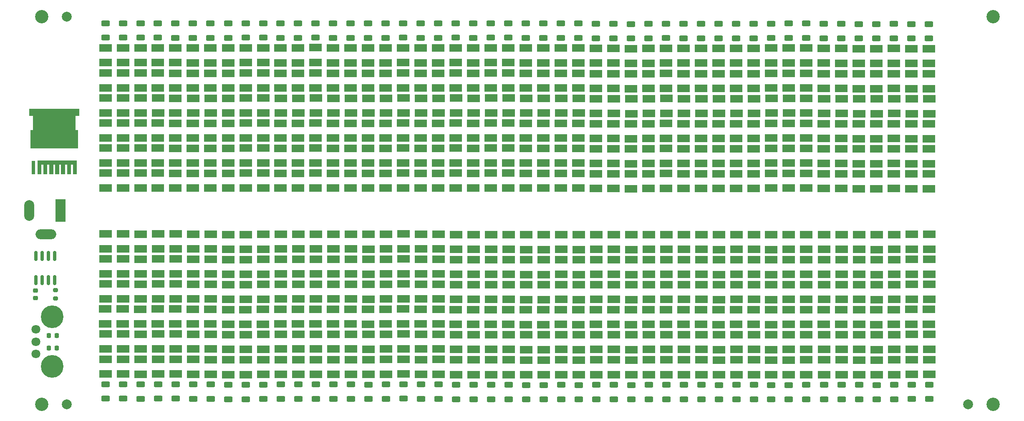
<source format=gbr>
%TF.GenerationSoftware,KiCad,Pcbnew,(6.0.11)*%
%TF.CreationDate,2023-02-06T17:53:22-08:00*%
%TF.ProjectId,GrowLight,47726f77-4c69-4676-9874-2e6b69636164,rev?*%
%TF.SameCoordinates,PX31a8670PY832b588*%
%TF.FileFunction,Soldermask,Top*%
%TF.FilePolarity,Negative*%
%FSLAX46Y46*%
G04 Gerber Fmt 4.6, Leading zero omitted, Abs format (unit mm)*
G04 Created by KiCad (PCBNEW (6.0.11)) date 2023-02-06 17:53:22*
%MOMM*%
%LPD*%
G01*
G04 APERTURE LIST*
G04 Aperture macros list*
%AMRoundRect*
0 Rectangle with rounded corners*
0 $1 Rounding radius*
0 $2 $3 $4 $5 $6 $7 $8 $9 X,Y pos of 4 corners*
0 Add a 4 corners polygon primitive as box body*
4,1,4,$2,$3,$4,$5,$6,$7,$8,$9,$2,$3,0*
0 Add four circle primitives for the rounded corners*
1,1,$1+$1,$2,$3*
1,1,$1+$1,$4,$5*
1,1,$1+$1,$6,$7*
1,1,$1+$1,$8,$9*
0 Add four rect primitives between the rounded corners*
20,1,$1+$1,$2,$3,$4,$5,0*
20,1,$1+$1,$4,$5,$6,$7,0*
20,1,$1+$1,$6,$7,$8,$9,0*
20,1,$1+$1,$8,$9,$2,$3,0*%
%AMFreePoly0*
4,1,29,0.400000,-4.000000,-2.400000,-4.000000,-2.400000,-3.200000,-0.400000,-3.200000,-0.400000,-2.800000,-2.400000,-2.800000,-2.400000,-2.000000,-0.400000,-2.000000,-0.400000,-1.600000,-2.400000,-1.600000,-2.400000,-0.800000,-0.400000,-0.800000,-0.400000,-0.400000,-2.400000,-0.400000,-2.400000,0.400000,-0.400000,0.400000,-0.400000,0.800000,-2.400000,0.800000,-2.400000,1.600000,-0.400000,1.600000,
-0.400000,2.000000,-2.400000,2.000000,-2.400000,2.800000,-0.400000,2.800000,-0.400000,3.200000,-2.400000,3.200000,-2.400000,4.000000,0.400000,4.000000,0.400000,-4.000000,0.400000,-4.000000,$1*%
%AMFreePoly1*
4,1,13,2.850000,-5.050000,1.450000,-5.050000,1.450000,-4.350000,-1.450000,-4.350000,-1.450000,-4.850000,-5.150000,-4.850000,-5.150000,4.850000,-1.450000,4.850000,-1.450000,4.350000,1.450000,4.350000,1.450000,5.050000,2.850000,5.050000,2.850000,-5.050000,2.850000,-5.050000,$1*%
G04 Aperture macros list end*
%ADD10R,2.600000X1.500000*%
%ADD11RoundRect,0.250000X-0.625000X0.312500X-0.625000X-0.312500X0.625000X-0.312500X0.625000X0.312500X0*%
%ADD12RoundRect,0.250000X0.625000X-0.312500X0.625000X0.312500X-0.625000X0.312500X-0.625000X-0.312500X0*%
%ADD13RoundRect,0.225000X-0.250000X0.225000X-0.250000X-0.225000X0.250000X-0.225000X0.250000X0.225000X0*%
%ADD14R,2.000000X4.600000*%
%ADD15O,2.000000X4.200000*%
%ADD16O,4.200000X2.000000*%
%ADD17C,2.000000*%
%ADD18RoundRect,0.150000X-0.150000X0.825000X-0.150000X-0.825000X0.150000X-0.825000X0.150000X0.825000X0*%
%ADD19RoundRect,0.218750X-0.218750X-0.256250X0.218750X-0.256250X0.218750X0.256250X-0.218750X0.256250X0*%
%ADD20RoundRect,0.218750X0.218750X0.256250X-0.218750X0.256250X-0.218750X-0.256250X0.218750X-0.256250X0*%
%ADD21C,2.700000*%
%ADD22R,0.800000X2.800000*%
%ADD23FreePoly0,90.000000*%
%ADD24FreePoly1,90.000000*%
%ADD25C,4.600000*%
%ADD26C,1.800000*%
%ADD27RoundRect,0.200000X-0.275000X0.200000X-0.275000X-0.200000X0.275000X-0.200000X0.275000X0.200000X0*%
G04 APERTURE END LIST*
D10*
%TO.C,D288*%
X11430000Y72400000D03*
X11430000Y69400000D03*
%TD*%
%TO.C,D447*%
X100330000Y31494000D03*
X100330000Y34494000D03*
%TD*%
%TO.C,D456*%
X103866000Y16206000D03*
X103866000Y19206000D03*
%TD*%
%TO.C,D223*%
X46970000Y46934000D03*
X46970000Y43934000D03*
%TD*%
%TO.C,D220*%
X50546000Y62224000D03*
X50546000Y59224000D03*
%TD*%
%TO.C,D311*%
X18542000Y11274000D03*
X18542000Y14274000D03*
%TD*%
%TO.C,D284*%
X11430000Y52030000D03*
X11430000Y49030000D03*
%TD*%
%TO.C,D492*%
X125202000Y16230000D03*
X125202000Y19230000D03*
%TD*%
%TO.C,D412*%
X78974000Y16254000D03*
X78974000Y19254000D03*
%TD*%
%TO.C,D277*%
X14986000Y46950000D03*
X14986000Y43950000D03*
%TD*%
%TO.C,D121*%
X107402000Y46850000D03*
X107402000Y43850000D03*
%TD*%
%TO.C,D18*%
X171430000Y72260000D03*
X171430000Y69260000D03*
%TD*%
%TO.C,D328*%
X29190000Y16306000D03*
X29190000Y19306000D03*
%TD*%
%TO.C,D552*%
X160782000Y16220000D03*
X160782000Y19220000D03*
%TD*%
%TO.C,D224*%
X46970000Y52014000D03*
X46970000Y49014000D03*
%TD*%
%TO.C,D179*%
X75418000Y67230000D03*
X75418000Y64230000D03*
%TD*%
%TO.C,D77*%
X135870000Y67180000D03*
X135870000Y64180000D03*
%TD*%
%TO.C,D397*%
X71882000Y31544000D03*
X71882000Y34544000D03*
%TD*%
%TO.C,D487*%
X121666000Y11150000D03*
X121666000Y14150000D03*
%TD*%
%TO.C,D307*%
X18542000Y31594000D03*
X18542000Y34594000D03*
%TD*%
%TO.C,D221*%
X50526000Y67304000D03*
X50526000Y64304000D03*
%TD*%
%TO.C,D364*%
X50526000Y16304000D03*
X50526000Y19304000D03*
%TD*%
%TO.C,D34*%
X160782000Y62047000D03*
X160782000Y59047000D03*
%TD*%
%TO.C,D79*%
X132314000Y46860000D03*
X132314000Y43860000D03*
%TD*%
%TO.C,D305*%
X14986000Y11258000D03*
X14986000Y14258000D03*
%TD*%
%TO.C,D165*%
X82530000Y57070000D03*
X82530000Y54070000D03*
%TD*%
%TO.C,D235*%
X39878000Y46974000D03*
X39878000Y43974000D03*
%TD*%
%TO.C,D138*%
X100310000Y72360000D03*
X100310000Y69360000D03*
%TD*%
%TO.C,D568*%
X171450000Y26440000D03*
X171450000Y29440000D03*
%TD*%
%TO.C,D445*%
X96774000Y11126000D03*
X96774000Y14126000D03*
%TD*%
%TO.C,D541*%
X153670000Y11165000D03*
X153670000Y14165000D03*
%TD*%
%TO.C,D205*%
X57638000Y46934000D03*
X57638000Y43934000D03*
%TD*%
%TO.C,D453*%
X103886000Y31446000D03*
X103886000Y34446000D03*
%TD*%
%TO.C,D455*%
X103886000Y21286000D03*
X103886000Y24286000D03*
%TD*%
%TO.C,D295*%
X11430000Y31594000D03*
X11430000Y34594000D03*
%TD*%
%TO.C,D470*%
X110998000Y6020000D03*
X110998000Y9020000D03*
%TD*%
%TO.C,D289*%
X7874000Y46950000D03*
X7874000Y43950000D03*
%TD*%
%TO.C,D57*%
X146538000Y57094000D03*
X146538000Y54094000D03*
%TD*%
%TO.C,D110*%
X114534000Y51890000D03*
X114534000Y48890000D03*
%TD*%
%TO.C,D228*%
X46970000Y72384000D03*
X46970000Y69384000D03*
%TD*%
%TO.C,D366*%
X50546000Y6094000D03*
X50546000Y9094000D03*
%TD*%
%TO.C,D89*%
X128758000Y67180000D03*
X128758000Y64180000D03*
%TD*%
%TO.C,D508*%
X135890000Y26390000D03*
X135890000Y29390000D03*
%TD*%
%TO.C,D166*%
X82550000Y62150000D03*
X82550000Y59150000D03*
%TD*%
%TO.C,D520*%
X142982000Y26350000D03*
X142982000Y29350000D03*
%TD*%
%TO.C,D231*%
X43414000Y57094000D03*
X43414000Y54094000D03*
%TD*%
%TO.C,D119*%
X110978000Y67180000D03*
X110978000Y64180000D03*
%TD*%
%TO.C,D558*%
X164318000Y16196000D03*
X164318000Y19196000D03*
%TD*%
%TO.C,D184*%
X71882000Y62174000D03*
X71882000Y59174000D03*
%TD*%
%TO.C,D61*%
X142982000Y46900000D03*
X142982000Y43900000D03*
%TD*%
%TO.C,D105*%
X118090000Y56996000D03*
X118090000Y53996000D03*
%TD*%
%TO.C,D566*%
X167894000Y6020000D03*
X167894000Y9020000D03*
%TD*%
%TO.C,D439*%
X93218000Y11126000D03*
X93218000Y14126000D03*
%TD*%
%TO.C,D191*%
X68306000Y67278000D03*
X68306000Y64278000D03*
%TD*%
%TO.C,D438*%
X93198000Y16206000D03*
X93198000Y19206000D03*
%TD*%
%TO.C,D475*%
X114554000Y11126000D03*
X114554000Y14126000D03*
%TD*%
%TO.C,D321*%
X25654000Y21418000D03*
X25654000Y24418000D03*
%TD*%
%TO.C,D156*%
X89642000Y72408000D03*
X89642000Y69408000D03*
%TD*%
%TO.C,D389*%
X64770000Y11248000D03*
X64770000Y14248000D03*
%TD*%
%TO.C,D91*%
X125202000Y46860000D03*
X125202000Y43860000D03*
%TD*%
%TO.C,D134*%
X100310000Y51990000D03*
X100310000Y48990000D03*
%TD*%
%TO.C,D98*%
X121646000Y51964000D03*
X121646000Y48964000D03*
%TD*%
%TO.C,D471*%
X114554000Y31446000D03*
X114554000Y34446000D03*
%TD*%
%TO.C,D146*%
X93198000Y51990000D03*
X93198000Y48990000D03*
%TD*%
%TO.C,D410*%
X78994000Y26414000D03*
X78994000Y29414000D03*
%TD*%
%TO.C,D427*%
X89662000Y31494000D03*
X89662000Y34494000D03*
%TD*%
%TO.C,D29*%
X164318000Y67130000D03*
X164318000Y64130000D03*
%TD*%
%TO.C,D372*%
X54102000Y6094000D03*
X54102000Y9094000D03*
%TD*%
%TO.C,D30*%
X164318000Y72260000D03*
X164318000Y69260000D03*
%TD*%
%TO.C,D5*%
X174986000Y67104000D03*
X174986000Y64104000D03*
%TD*%
%TO.C,D40*%
X157226000Y62066000D03*
X157226000Y59066000D03*
%TD*%
%TO.C,D404*%
X75458000Y26474000D03*
X75458000Y29474000D03*
%TD*%
%TO.C,D343*%
X39878000Y31504000D03*
X39878000Y34504000D03*
%TD*%
%TO.C,D270*%
X22058000Y72394000D03*
X22058000Y69394000D03*
%TD*%
%TO.C,D245*%
X36322000Y67270000D03*
X36322000Y64270000D03*
%TD*%
%TO.C,D93*%
X125202000Y57020000D03*
X125202000Y54020000D03*
%TD*%
%TO.C,D322*%
X25634000Y16338000D03*
X25634000Y19338000D03*
%TD*%
%TO.C,D371*%
X54102000Y11224000D03*
X54102000Y14224000D03*
%TD*%
%TO.C,D329*%
X29210000Y11226000D03*
X29210000Y14226000D03*
%TD*%
%TO.C,D416*%
X82550000Y26414000D03*
X82550000Y29414000D03*
%TD*%
%TO.C,D48*%
X153650000Y72308000D03*
X153650000Y69308000D03*
%TD*%
%TO.C,D271*%
X18522000Y46968000D03*
X18522000Y43968000D03*
%TD*%
%TO.C,D81*%
X132314000Y57020000D03*
X132314000Y54020000D03*
%TD*%
%TO.C,D43*%
X153650000Y46858000D03*
X153650000Y43858000D03*
%TD*%
%TO.C,D373*%
X57658000Y31544000D03*
X57658000Y34544000D03*
%TD*%
%TO.C,D500*%
X128778000Y6020000D03*
X128778000Y9020000D03*
%TD*%
%TO.C,D50*%
X150074000Y52014000D03*
X150074000Y49014000D03*
%TD*%
%TO.C,D263*%
X25634000Y67239000D03*
X25634000Y64239000D03*
%TD*%
%TO.C,D115*%
X110978000Y46860000D03*
X110978000Y43860000D03*
%TD*%
%TO.C,D567*%
X171450000Y31520000D03*
X171450000Y34520000D03*
%TD*%
%TO.C,D530*%
X146538000Y6004000D03*
X146538000Y9004000D03*
%TD*%
%TO.C,D544*%
X157226000Y26405000D03*
X157226000Y29405000D03*
%TD*%
%TO.C,D365*%
X50546000Y11224000D03*
X50546000Y14224000D03*
%TD*%
%TO.C,D276*%
X18522000Y72418000D03*
X18522000Y69418000D03*
%TD*%
%TO.C,D370*%
X54082000Y16304000D03*
X54082000Y19304000D03*
%TD*%
%TO.C,D259*%
X25634000Y46919000D03*
X25634000Y43919000D03*
%TD*%
%TO.C,D396*%
X68326000Y6144000D03*
X68326000Y9144000D03*
%TD*%
%TO.C,D25*%
X164318000Y46810000D03*
X164318000Y43810000D03*
%TD*%
%TO.C,D421*%
X86106000Y31494000D03*
X86106000Y34494000D03*
%TD*%
%TO.C,D28*%
X164338000Y62050000D03*
X164338000Y59050000D03*
%TD*%
%TO.C,D147*%
X93198000Y57070000D03*
X93198000Y54070000D03*
%TD*%
%TO.C,D222*%
X50526000Y72434000D03*
X50526000Y69434000D03*
%TD*%
%TO.C,D54*%
X150074000Y72384000D03*
X150074000Y69384000D03*
%TD*%
%TO.C,D290*%
X7874000Y52030000D03*
X7874000Y49030000D03*
%TD*%
%TO.C,D160*%
X86106000Y62198000D03*
X86106000Y59198000D03*
%TD*%
%TO.C,D414*%
X78994000Y6044000D03*
X78994000Y9044000D03*
%TD*%
%TO.C,D531*%
X150054000Y31480000D03*
X150054000Y34480000D03*
%TD*%
%TO.C,D539*%
X153670000Y21325000D03*
X153670000Y24325000D03*
%TD*%
%TO.C,D361*%
X50546000Y31544000D03*
X50546000Y34544000D03*
%TD*%
%TO.C,D351*%
X43434000Y21384000D03*
X43434000Y24384000D03*
%TD*%
%TO.C,D247*%
X32806000Y46924000D03*
X32806000Y43924000D03*
%TD*%
%TO.C,D312*%
X18542000Y6144000D03*
X18542000Y9144000D03*
%TD*%
%TO.C,D198*%
X64750000Y72384000D03*
X64750000Y69384000D03*
%TD*%
%TO.C,D62*%
X142982000Y51980000D03*
X142982000Y48980000D03*
%TD*%
%TO.C,D234*%
X43414000Y72384000D03*
X43414000Y69384000D03*
%TD*%
%TO.C,D486*%
X121646000Y16230000D03*
X121646000Y19230000D03*
%TD*%
%TO.C,D534*%
X150034000Y16240000D03*
X150034000Y19240000D03*
%TD*%
%TO.C,D498*%
X128758000Y16230000D03*
X128758000Y19230000D03*
%TD*%
%TO.C,D143*%
X96754000Y67230000D03*
X96754000Y64230000D03*
%TD*%
%TO.C,D333*%
X32786000Y21310000D03*
X32786000Y24310000D03*
%TD*%
%TO.C,D529*%
X146538000Y11134000D03*
X146538000Y14134000D03*
%TD*%
%TO.C,D550*%
X160802000Y26380000D03*
X160802000Y29380000D03*
%TD*%
%TO.C,D253*%
X29190000Y46919000D03*
X29190000Y43919000D03*
%TD*%
%TO.C,D279*%
X14986000Y57110000D03*
X14986000Y54110000D03*
%TD*%
%TO.C,D493*%
X125222000Y11150000D03*
X125222000Y14150000D03*
%TD*%
%TO.C,D514*%
X139446000Y26390000D03*
X139446000Y29390000D03*
%TD*%
%TO.C,D219*%
X50526000Y57144000D03*
X50526000Y54144000D03*
%TD*%
%TO.C,D385*%
X64770000Y31568000D03*
X64770000Y34568000D03*
%TD*%
%TO.C,D501*%
X132334000Y31420000D03*
X132334000Y34420000D03*
%TD*%
%TO.C,D152*%
X89642000Y52038000D03*
X89642000Y49038000D03*
%TD*%
%TO.C,D241*%
X36322000Y46950000D03*
X36322000Y43950000D03*
%TD*%
%TO.C,D174*%
X78974000Y72408000D03*
X78974000Y69408000D03*
%TD*%
%TO.C,D283*%
X11430000Y46950000D03*
X11430000Y43950000D03*
%TD*%
%TO.C,D400*%
X71862000Y16304000D03*
X71862000Y19304000D03*
%TD*%
%TO.C,D379*%
X61214000Y31520000D03*
X61214000Y34520000D03*
%TD*%
%TO.C,D442*%
X96774000Y26366000D03*
X96774000Y29366000D03*
%TD*%
%TO.C,D542*%
X153670000Y6035000D03*
X153670000Y9035000D03*
%TD*%
%TO.C,D41*%
X157206000Y67146000D03*
X157206000Y64146000D03*
%TD*%
%TO.C,D482*%
X118110000Y6020000D03*
X118110000Y9020000D03*
%TD*%
%TO.C,D481*%
X118110000Y11150000D03*
X118110000Y14150000D03*
%TD*%
%TO.C,D296*%
X11430000Y26514000D03*
X11430000Y29514000D03*
%TD*%
%TO.C,D158*%
X86086000Y52038000D03*
X86086000Y49038000D03*
%TD*%
%TO.C,D360*%
X46990000Y6094000D03*
X46990000Y9094000D03*
%TD*%
%TO.C,D73*%
X135870000Y46860000D03*
X135870000Y43860000D03*
%TD*%
%TO.C,D326*%
X29210000Y26466000D03*
X29210000Y29466000D03*
%TD*%
%TO.C,D429*%
X89662000Y21334000D03*
X89662000Y24334000D03*
%TD*%
%TO.C,D251*%
X32806000Y67244000D03*
X32806000Y64244000D03*
%TD*%
%TO.C,D71*%
X139426000Y67180000D03*
X139426000Y64180000D03*
%TD*%
%TO.C,D554*%
X160802000Y6010000D03*
X160802000Y9010000D03*
%TD*%
%TO.C,D394*%
X68306000Y16354000D03*
X68306000Y19354000D03*
%TD*%
%TO.C,D248*%
X32806000Y52004000D03*
X32806000Y49004000D03*
%TD*%
%TO.C,D369*%
X54102000Y21384000D03*
X54102000Y24384000D03*
%TD*%
%TO.C,D104*%
X118090000Y51916000D03*
X118090000Y48916000D03*
%TD*%
%TO.C,D386*%
X64770000Y26488000D03*
X64770000Y29488000D03*
%TD*%
%TO.C,D265*%
X22058000Y46944000D03*
X22058000Y43944000D03*
%TD*%
%TO.C,D178*%
X75438000Y62150000D03*
X75438000Y59150000D03*
%TD*%
%TO.C,D27*%
X164318000Y56970000D03*
X164318000Y53970000D03*
%TD*%
%TO.C,D10*%
X7854000Y16380000D03*
X7854000Y19380000D03*
%TD*%
%TO.C,D420*%
X82550000Y6044000D03*
X82550000Y9044000D03*
%TD*%
%TO.C,D306*%
X14986000Y6128000D03*
X14986000Y9128000D03*
%TD*%
%TO.C,D157*%
X86086000Y46958000D03*
X86086000Y43958000D03*
%TD*%
%TO.C,D339*%
X36322000Y21310000D03*
X36322000Y24310000D03*
%TD*%
%TO.C,D63*%
X142982000Y57060000D03*
X142982000Y54060000D03*
%TD*%
%TO.C,D483*%
X121666000Y31470000D03*
X121666000Y34470000D03*
%TD*%
%TO.C,D403*%
X75458000Y31554000D03*
X75458000Y34554000D03*
%TD*%
%TO.C,D532*%
X150054000Y26400000D03*
X150054000Y29400000D03*
%TD*%
%TO.C,D395*%
X68326000Y11274000D03*
X68326000Y14274000D03*
%TD*%
%TO.C,D14*%
X171430000Y51890000D03*
X171430000Y48890000D03*
%TD*%
%TO.C,D476*%
X114554000Y5996000D03*
X114554000Y8996000D03*
%TD*%
%TO.C,D92*%
X125202000Y51940000D03*
X125202000Y48940000D03*
%TD*%
%TO.C,D74*%
X135870000Y51940000D03*
X135870000Y48940000D03*
%TD*%
%TO.C,D176*%
X75418000Y51990000D03*
X75418000Y48990000D03*
%TD*%
%TO.C,D491*%
X125222000Y21310000D03*
X125222000Y24310000D03*
%TD*%
%TO.C,D527*%
X146538000Y21294000D03*
X146538000Y24294000D03*
%TD*%
%TO.C,D546*%
X157206000Y16245000D03*
X157206000Y19245000D03*
%TD*%
%TO.C,D2*%
X174986000Y51864000D03*
X174986000Y48864000D03*
%TD*%
%TO.C,D252*%
X32806000Y72374000D03*
X32806000Y69374000D03*
%TD*%
%TO.C,D319*%
X25654000Y31578000D03*
X25654000Y34578000D03*
%TD*%
%TO.C,D72*%
X139426000Y72310000D03*
X139426000Y69310000D03*
%TD*%
%TO.C,D519*%
X142982000Y31430000D03*
X142982000Y34430000D03*
%TD*%
%TO.C,D523*%
X142982000Y11110000D03*
X142982000Y14110000D03*
%TD*%
%TO.C,D458*%
X103886000Y5996000D03*
X103886000Y8996000D03*
%TD*%
%TO.C,D286*%
X11450000Y62190000D03*
X11450000Y59190000D03*
%TD*%
%TO.C,D548*%
X157226000Y6035000D03*
X157226000Y9035000D03*
%TD*%
%TO.C,D540*%
X153650000Y16245000D03*
X153650000Y19245000D03*
%TD*%
%TO.C,D301*%
X14986000Y31578000D03*
X14986000Y34578000D03*
%TD*%
%TO.C,D281*%
X14986000Y67270000D03*
X14986000Y64270000D03*
%TD*%
%TO.C,D56*%
X146538000Y52014000D03*
X146538000Y49014000D03*
%TD*%
%TO.C,D136*%
X100330000Y62150000D03*
X100330000Y59150000D03*
%TD*%
%TO.C,D113*%
X114534000Y67130000D03*
X114534000Y64130000D03*
%TD*%
%TO.C,D32*%
X160762000Y51887000D03*
X160762000Y48887000D03*
%TD*%
%TO.C,D236*%
X39878000Y52054000D03*
X39878000Y49054000D03*
%TD*%
%TO.C,D267*%
X22058000Y57104000D03*
X22058000Y54104000D03*
%TD*%
%TO.C,D418*%
X82530000Y16254000D03*
X82530000Y19254000D03*
%TD*%
%TO.C,D336*%
X32786000Y6020000D03*
X32786000Y9020000D03*
%TD*%
%TO.C,D422*%
X86106000Y26414000D03*
X86106000Y29414000D03*
%TD*%
%TO.C,D275*%
X18522000Y67288000D03*
X18522000Y64288000D03*
%TD*%
%TO.C,D496*%
X128778000Y26390000D03*
X128778000Y29390000D03*
%TD*%
%TO.C,D16*%
X171450000Y62050000D03*
X171450000Y59050000D03*
%TD*%
%TO.C,D452*%
X100330000Y6044000D03*
X100330000Y9044000D03*
%TD*%
%TO.C,D559*%
X164338000Y11116000D03*
X164338000Y14116000D03*
%TD*%
%TO.C,D171*%
X78974000Y57118000D03*
X78974000Y54118000D03*
%TD*%
%TO.C,D139*%
X96754000Y46910000D03*
X96754000Y43910000D03*
%TD*%
%TO.C,D249*%
X32806000Y57084000D03*
X32806000Y54084000D03*
%TD*%
%TO.C,D504*%
X132314000Y16180000D03*
X132314000Y19180000D03*
%TD*%
%TO.C,D254*%
X29190000Y51999000D03*
X29190000Y48999000D03*
%TD*%
%TO.C,D348*%
X39878000Y6054000D03*
X39878000Y9054000D03*
%TD*%
%TO.C,D4*%
X175006000Y62024000D03*
X175006000Y59024000D03*
%TD*%
%TO.C,D536*%
X150054000Y6030000D03*
X150054000Y9030000D03*
%TD*%
%TO.C,D141*%
X96754000Y57070000D03*
X96754000Y54070000D03*
%TD*%
%TO.C,D511*%
X135890000Y11150000D03*
X135890000Y14150000D03*
%TD*%
%TO.C,D226*%
X46990000Y62174000D03*
X46990000Y59174000D03*
%TD*%
%TO.C,D87*%
X128758000Y57020000D03*
X128758000Y54020000D03*
%TD*%
%TO.C,D84*%
X132314000Y72310000D03*
X132314000Y69310000D03*
%TD*%
%TO.C,D285*%
X11430000Y57110000D03*
X11430000Y54110000D03*
%TD*%
%TO.C,D225*%
X46970000Y57094000D03*
X46970000Y54094000D03*
%TD*%
%TO.C,D242*%
X36322000Y52030000D03*
X36322000Y49030000D03*
%TD*%
%TO.C,D512*%
X135890000Y6020000D03*
X135890000Y9020000D03*
%TD*%
%TO.C,D23*%
X167874000Y67146000D03*
X167874000Y64146000D03*
%TD*%
%TO.C,D162*%
X86086000Y72408000D03*
X86086000Y69408000D03*
%TD*%
%TO.C,D246*%
X36322000Y72400000D03*
X36322000Y69400000D03*
%TD*%
%TO.C,D398*%
X71882000Y26464000D03*
X71882000Y29464000D03*
%TD*%
%TO.C,D537*%
X153670000Y31485000D03*
X153670000Y34485000D03*
%TD*%
%TO.C,D382*%
X61194000Y16280000D03*
X61194000Y19280000D03*
%TD*%
%TO.C,D435*%
X93218000Y31446000D03*
X93218000Y34446000D03*
%TD*%
%TO.C,D578*%
X175006000Y6070000D03*
X175006000Y9070000D03*
%TD*%
%TO.C,D280*%
X15006000Y62190000D03*
X15006000Y59190000D03*
%TD*%
%TO.C,D425*%
X86106000Y11174000D03*
X86106000Y14174000D03*
%TD*%
%TO.C,D477*%
X118110000Y31470000D03*
X118110000Y34470000D03*
%TD*%
%TO.C,D159*%
X86086000Y57118000D03*
X86086000Y54118000D03*
%TD*%
%TO.C,D464*%
X107442000Y6044000D03*
X107442000Y9044000D03*
%TD*%
%TO.C,D323*%
X25654000Y11258000D03*
X25654000Y14258000D03*
%TD*%
%TO.C,D405*%
X75458000Y21394000D03*
X75458000Y24394000D03*
%TD*%
%TO.C,D173*%
X78974000Y67278000D03*
X78974000Y64278000D03*
%TD*%
%TO.C,D432*%
X89662000Y6044000D03*
X89662000Y9044000D03*
%TD*%
%TO.C,D170*%
X78974000Y52038000D03*
X78974000Y49038000D03*
%TD*%
%TO.C,D155*%
X89642000Y67278000D03*
X89642000Y64278000D03*
%TD*%
%TO.C,D300*%
X11430000Y6144000D03*
X11430000Y9144000D03*
%TD*%
%TO.C,D3*%
X174986000Y56944000D03*
X174986000Y53944000D03*
%TD*%
%TO.C,D78*%
X135870000Y72310000D03*
X135870000Y69310000D03*
%TD*%
%TO.C,D135*%
X100310000Y57070000D03*
X100310000Y54070000D03*
%TD*%
%TO.C,D393*%
X68326000Y21434000D03*
X68326000Y24434000D03*
%TD*%
%TO.C,D229*%
X43414000Y46934000D03*
X43414000Y43934000D03*
%TD*%
%TO.C,D402*%
X71882000Y6094000D03*
X71882000Y9094000D03*
%TD*%
%TO.C,D454*%
X103886000Y26366000D03*
X103886000Y29366000D03*
%TD*%
%TO.C,D355*%
X46990000Y31544000D03*
X46990000Y34544000D03*
%TD*%
%TO.C,D551*%
X160802000Y21300000D03*
X160802000Y24300000D03*
%TD*%
%TO.C,D503*%
X132334000Y21260000D03*
X132334000Y24260000D03*
%TD*%
%TO.C,D367*%
X54102000Y31544000D03*
X54102000Y34544000D03*
%TD*%
%TO.C,D125*%
X107402000Y67170000D03*
X107402000Y64170000D03*
%TD*%
%TO.C,D243*%
X36322000Y57110000D03*
X36322000Y54110000D03*
%TD*%
%TO.C,D569*%
X171450000Y21360000D03*
X171450000Y24360000D03*
%TD*%
%TO.C,D572*%
X171450000Y6070000D03*
X171450000Y9070000D03*
%TD*%
%TO.C,D408*%
X75458000Y6104000D03*
X75458000Y9104000D03*
%TD*%
%TO.C,D374*%
X57658000Y26464000D03*
X57658000Y29464000D03*
%TD*%
%TO.C,D131*%
X103866000Y67230000D03*
X103866000Y64230000D03*
%TD*%
%TO.C,D375*%
X57658000Y21384000D03*
X57658000Y24384000D03*
%TD*%
%TO.C,D387*%
X64770000Y21408000D03*
X64770000Y24408000D03*
%TD*%
%TO.C,D506*%
X132334000Y5970000D03*
X132334000Y8970000D03*
%TD*%
%TO.C,D142*%
X96774000Y62150000D03*
X96774000Y59150000D03*
%TD*%
%TO.C,D332*%
X32786000Y26390000D03*
X32786000Y29390000D03*
%TD*%
%TO.C,D561*%
X167894000Y31470000D03*
X167894000Y34470000D03*
%TD*%
%TO.C,D163*%
X82530000Y46910000D03*
X82530000Y43910000D03*
%TD*%
%TO.C,D260*%
X25634000Y51999000D03*
X25634000Y48999000D03*
%TD*%
%TO.C,D543*%
X157226000Y31485000D03*
X157226000Y34485000D03*
%TD*%
%TO.C,D97*%
X121646000Y46884000D03*
X121646000Y43884000D03*
%TD*%
%TO.C,D345*%
X39878000Y21344000D03*
X39878000Y24344000D03*
%TD*%
%TO.C,D505*%
X132334000Y11100000D03*
X132334000Y14100000D03*
%TD*%
%TO.C,D114*%
X114534000Y72260000D03*
X114534000Y69260000D03*
%TD*%
%TO.C,D318*%
X22098000Y6147000D03*
X22098000Y9147000D03*
%TD*%
%TO.C,D310*%
X18522000Y16354000D03*
X18522000Y19354000D03*
%TD*%
%TO.C,D262*%
X25654000Y62159000D03*
X25654000Y59159000D03*
%TD*%
%TO.C,D85*%
X128758000Y46860000D03*
X128758000Y43860000D03*
%TD*%
%TO.C,D96*%
X125202000Y72310000D03*
X125202000Y69310000D03*
%TD*%
%TO.C,D294*%
X7874000Y72400000D03*
X7874000Y69400000D03*
%TD*%
%TO.C,D86*%
X128758000Y51940000D03*
X128758000Y48940000D03*
%TD*%
%TO.C,D212*%
X54082000Y52014000D03*
X54082000Y49014000D03*
%TD*%
%TO.C,D392*%
X68326000Y26514000D03*
X68326000Y29514000D03*
%TD*%
%TO.C,D466*%
X110998000Y26390000D03*
X110998000Y29390000D03*
%TD*%
%TO.C,D575*%
X175006000Y21360000D03*
X175006000Y24360000D03*
%TD*%
%TO.C,D517*%
X139446000Y11150000D03*
X139446000Y14150000D03*
%TD*%
%TO.C,D240*%
X39878000Y72424000D03*
X39878000Y69424000D03*
%TD*%
%TO.C,D350*%
X43434000Y26464000D03*
X43434000Y29464000D03*
%TD*%
%TO.C,D194*%
X64750000Y52014000D03*
X64750000Y49014000D03*
%TD*%
%TO.C,D381*%
X61214000Y21360000D03*
X61214000Y24360000D03*
%TD*%
%TO.C,D344*%
X39878000Y26424000D03*
X39878000Y29424000D03*
%TD*%
%TO.C,D53*%
X150074000Y67254000D03*
X150074000Y64254000D03*
%TD*%
%TO.C,D144*%
X96754000Y72360000D03*
X96754000Y69360000D03*
%TD*%
%TO.C,D161*%
X86086000Y67278000D03*
X86086000Y64278000D03*
%TD*%
%TO.C,D36*%
X160762000Y72257000D03*
X160762000Y69257000D03*
%TD*%
%TO.C,D413*%
X78994000Y11174000D03*
X78994000Y14174000D03*
%TD*%
%TO.C,D424*%
X86086000Y16254000D03*
X86086000Y19254000D03*
%TD*%
%TO.C,D463*%
X107442000Y11174000D03*
X107442000Y14174000D03*
%TD*%
%TO.C,D255*%
X29190000Y57079000D03*
X29190000Y54079000D03*
%TD*%
%TO.C,D46*%
X153670000Y62098000D03*
X153670000Y59098000D03*
%TD*%
%TO.C,D64*%
X143002000Y62140000D03*
X143002000Y59140000D03*
%TD*%
%TO.C,D330*%
X29210000Y6096000D03*
X29210000Y9096000D03*
%TD*%
%TO.C,D103*%
X118090000Y46836000D03*
X118090000Y43836000D03*
%TD*%
%TO.C,D443*%
X96774000Y21286000D03*
X96774000Y24286000D03*
%TD*%
%TO.C,D450*%
X100310000Y16254000D03*
X100310000Y19254000D03*
%TD*%
%TO.C,D298*%
X11410000Y16354000D03*
X11410000Y19354000D03*
%TD*%
%TO.C,D213*%
X54082000Y57094000D03*
X54082000Y54094000D03*
%TD*%
%TO.C,D293*%
X7874000Y67270000D03*
X7874000Y64270000D03*
%TD*%
%TO.C,D264*%
X25634000Y72369000D03*
X25634000Y69369000D03*
%TD*%
%TO.C,D446*%
X96774000Y5996000D03*
X96774000Y8996000D03*
%TD*%
%TO.C,D565*%
X167894000Y11150000D03*
X167894000Y14150000D03*
%TD*%
%TO.C,D324*%
X25654000Y6128000D03*
X25654000Y9128000D03*
%TD*%
%TO.C,D12*%
X7874000Y6170000D03*
X7874000Y9170000D03*
%TD*%
%TO.C,D472*%
X114554000Y26366000D03*
X114554000Y29366000D03*
%TD*%
%TO.C,D538*%
X153670000Y26405000D03*
X153670000Y29405000D03*
%TD*%
%TO.C,D186*%
X71862000Y72384000D03*
X71862000Y69384000D03*
%TD*%
%TO.C,D358*%
X46970000Y16304000D03*
X46970000Y19304000D03*
%TD*%
%TO.C,D185*%
X71862000Y67254000D03*
X71862000Y64254000D03*
%TD*%
%TO.C,D317*%
X22098000Y11277000D03*
X22098000Y14277000D03*
%TD*%
%TO.C,D342*%
X36322000Y6020000D03*
X36322000Y9020000D03*
%TD*%
%TO.C,D38*%
X157206000Y51906000D03*
X157206000Y48906000D03*
%TD*%
%TO.C,D33*%
X160762000Y56967000D03*
X160762000Y53967000D03*
%TD*%
%TO.C,D562*%
X167894000Y26390000D03*
X167894000Y29390000D03*
%TD*%
%TO.C,D399*%
X71882000Y21384000D03*
X71882000Y24384000D03*
%TD*%
%TO.C,D340*%
X36302000Y16230000D03*
X36302000Y19230000D03*
%TD*%
%TO.C,D201*%
X61194000Y57094000D03*
X61194000Y54094000D03*
%TD*%
%TO.C,D35*%
X160762000Y67127000D03*
X160762000Y64127000D03*
%TD*%
%TO.C,D556*%
X164338000Y26356000D03*
X164338000Y29356000D03*
%TD*%
%TO.C,D137*%
X100310000Y67230000D03*
X100310000Y64230000D03*
%TD*%
%TO.C,D75*%
X135870000Y57020000D03*
X135870000Y54020000D03*
%TD*%
%TO.C,D200*%
X61194000Y52014000D03*
X61194000Y49014000D03*
%TD*%
%TO.C,D218*%
X50526000Y52064000D03*
X50526000Y49064000D03*
%TD*%
%TO.C,D334*%
X32766000Y16230000D03*
X32766000Y19230000D03*
%TD*%
%TO.C,D20*%
X167874000Y51906000D03*
X167874000Y48906000D03*
%TD*%
%TO.C,D313*%
X22098000Y31597000D03*
X22098000Y34597000D03*
%TD*%
%TO.C,D1*%
X174986000Y46784000D03*
X174986000Y43784000D03*
%TD*%
%TO.C,D338*%
X36322000Y26390000D03*
X36322000Y29390000D03*
%TD*%
%TO.C,D309*%
X18542000Y21434000D03*
X18542000Y24434000D03*
%TD*%
%TO.C,D51*%
X150074000Y57094000D03*
X150074000Y54094000D03*
%TD*%
%TO.C,D460*%
X107442000Y26414000D03*
X107442000Y29414000D03*
%TD*%
%TO.C,D274*%
X18542000Y62208000D03*
X18542000Y59208000D03*
%TD*%
%TO.C,D76*%
X135890000Y62100000D03*
X135890000Y59100000D03*
%TD*%
%TO.C,D100*%
X121666000Y62124000D03*
X121666000Y59124000D03*
%TD*%
%TO.C,D132*%
X103866000Y72360000D03*
X103866000Y69360000D03*
%TD*%
%TO.C,D437*%
X93218000Y21286000D03*
X93218000Y24286000D03*
%TD*%
%TO.C,D510*%
X135870000Y16230000D03*
X135870000Y19230000D03*
%TD*%
%TO.C,D535*%
X150054000Y11160000D03*
X150054000Y14160000D03*
%TD*%
%TO.C,D525*%
X146538000Y31454000D03*
X146538000Y34454000D03*
%TD*%
%TO.C,D211*%
X54082000Y46934000D03*
X54082000Y43934000D03*
%TD*%
%TO.C,D331*%
X32786000Y31470000D03*
X32786000Y34470000D03*
%TD*%
%TO.C,D555*%
X164338000Y31436000D03*
X164338000Y34436000D03*
%TD*%
%TO.C,D239*%
X39878000Y67294000D03*
X39878000Y64294000D03*
%TD*%
%TO.C,D140*%
X96754000Y51990000D03*
X96754000Y48990000D03*
%TD*%
%TO.C,D401*%
X71882000Y11224000D03*
X71882000Y14224000D03*
%TD*%
%TO.C,D206*%
X57638000Y52014000D03*
X57638000Y49014000D03*
%TD*%
%TO.C,D55*%
X146538000Y46934000D03*
X146538000Y43934000D03*
%TD*%
%TO.C,D451*%
X100330000Y11174000D03*
X100330000Y14174000D03*
%TD*%
%TO.C,D368*%
X54102000Y26464000D03*
X54102000Y29464000D03*
%TD*%
%TO.C,D522*%
X142962000Y16190000D03*
X142962000Y19190000D03*
%TD*%
%TO.C,D488*%
X121666000Y6020000D03*
X121666000Y9020000D03*
%TD*%
%TO.C,D299*%
X11430000Y11274000D03*
X11430000Y14274000D03*
%TD*%
%TO.C,D151*%
X89642000Y46958000D03*
X89642000Y43958000D03*
%TD*%
%TO.C,D495*%
X128778000Y31470000D03*
X128778000Y34470000D03*
%TD*%
%TO.C,D24*%
X167874000Y72276000D03*
X167874000Y69276000D03*
%TD*%
%TO.C,D8*%
X7874000Y26540000D03*
X7874000Y29540000D03*
%TD*%
%TO.C,D346*%
X39858000Y16264000D03*
X39858000Y19264000D03*
%TD*%
%TO.C,D574*%
X175006000Y26440000D03*
X175006000Y29440000D03*
%TD*%
%TO.C,D507*%
X135890000Y31470000D03*
X135890000Y34470000D03*
%TD*%
%TO.C,D130*%
X103886000Y62150000D03*
X103886000Y59150000D03*
%TD*%
%TO.C,D415*%
X82550000Y31494000D03*
X82550000Y34494000D03*
%TD*%
%TO.C,D354*%
X43434000Y6094000D03*
X43434000Y9094000D03*
%TD*%
%TO.C,D189*%
X68306000Y57118000D03*
X68306000Y54118000D03*
%TD*%
%TO.C,D44*%
X153650000Y51938000D03*
X153650000Y48938000D03*
%TD*%
%TO.C,D108*%
X118090000Y72286000D03*
X118090000Y69286000D03*
%TD*%
%TO.C,D518*%
X139446000Y6020000D03*
X139446000Y9020000D03*
%TD*%
%TO.C,D461*%
X107442000Y21334000D03*
X107442000Y24334000D03*
%TD*%
%TO.C,D573*%
X175006000Y31520000D03*
X175006000Y34520000D03*
%TD*%
%TO.C,D563*%
X167894000Y21310000D03*
X167894000Y24310000D03*
%TD*%
%TO.C,D490*%
X125222000Y26390000D03*
X125222000Y29390000D03*
%TD*%
%TO.C,D195*%
X64750000Y57094000D03*
X64750000Y54094000D03*
%TD*%
%TO.C,D95*%
X125202000Y67180000D03*
X125202000Y64180000D03*
%TD*%
%TO.C,D207*%
X57638000Y57094000D03*
X57638000Y54094000D03*
%TD*%
%TO.C,D215*%
X54082000Y67254000D03*
X54082000Y64254000D03*
%TD*%
%TO.C,D180*%
X75418000Y72360000D03*
X75418000Y69360000D03*
%TD*%
%TO.C,D497*%
X128778000Y21310000D03*
X128778000Y24310000D03*
%TD*%
%TO.C,D431*%
X89662000Y11174000D03*
X89662000Y14174000D03*
%TD*%
%TO.C,D577*%
X175006000Y11200000D03*
X175006000Y14200000D03*
%TD*%
%TO.C,D106*%
X118110000Y62076000D03*
X118110000Y59076000D03*
%TD*%
%TO.C,D117*%
X110978000Y57020000D03*
X110978000Y54020000D03*
%TD*%
%TO.C,D59*%
X146538000Y67254000D03*
X146538000Y64254000D03*
%TD*%
%TO.C,D68*%
X139426000Y51940000D03*
X139426000Y48940000D03*
%TD*%
%TO.C,D268*%
X22078000Y62184000D03*
X22078000Y59184000D03*
%TD*%
%TO.C,D111*%
X114534000Y56970000D03*
X114534000Y53970000D03*
%TD*%
%TO.C,D327*%
X29210000Y21386000D03*
X29210000Y24386000D03*
%TD*%
%TO.C,D238*%
X39898000Y62214000D03*
X39898000Y59214000D03*
%TD*%
%TO.C,D480*%
X118090000Y16230000D03*
X118090000Y19230000D03*
%TD*%
%TO.C,D560*%
X164338000Y5986000D03*
X164338000Y8986000D03*
%TD*%
%TO.C,D462*%
X107422000Y16254000D03*
X107422000Y19254000D03*
%TD*%
%TO.C,D52*%
X150094000Y62174000D03*
X150094000Y59174000D03*
%TD*%
%TO.C,D513*%
X139446000Y31470000D03*
X139446000Y34470000D03*
%TD*%
%TO.C,D457*%
X103886000Y11126000D03*
X103886000Y14126000D03*
%TD*%
%TO.C,D308*%
X18542000Y26514000D03*
X18542000Y29514000D03*
%TD*%
%TO.C,D576*%
X174986000Y16280000D03*
X174986000Y19280000D03*
%TD*%
%TO.C,D388*%
X64750000Y16328000D03*
X64750000Y19328000D03*
%TD*%
%TO.C,D19*%
X167874000Y46826000D03*
X167874000Y43826000D03*
%TD*%
%TO.C,D123*%
X107402000Y57010000D03*
X107402000Y54010000D03*
%TD*%
%TO.C,D26*%
X164318000Y51890000D03*
X164318000Y48890000D03*
%TD*%
%TO.C,D485*%
X121666000Y21310000D03*
X121666000Y24310000D03*
%TD*%
%TO.C,D303*%
X14986000Y21418000D03*
X14986000Y24418000D03*
%TD*%
%TO.C,D426*%
X86106000Y6044000D03*
X86106000Y9044000D03*
%TD*%
%TO.C,D528*%
X146518000Y16214000D03*
X146518000Y19214000D03*
%TD*%
%TO.C,D335*%
X32786000Y11150000D03*
X32786000Y14150000D03*
%TD*%
%TO.C,D449*%
X100330000Y21334000D03*
X100330000Y24334000D03*
%TD*%
%TO.C,D469*%
X110998000Y11150000D03*
X110998000Y14150000D03*
%TD*%
%TO.C,D208*%
X57658000Y62174000D03*
X57658000Y59174000D03*
%TD*%
%TO.C,D9*%
X7874000Y21460000D03*
X7874000Y24460000D03*
%TD*%
%TO.C,D183*%
X71862000Y57094000D03*
X71862000Y54094000D03*
%TD*%
%TO.C,D441*%
X96774000Y31446000D03*
X96774000Y34446000D03*
%TD*%
%TO.C,D337*%
X36322000Y31470000D03*
X36322000Y34470000D03*
%TD*%
%TO.C,D112*%
X114554000Y62050000D03*
X114554000Y59050000D03*
%TD*%
%TO.C,D494*%
X125222000Y6020000D03*
X125222000Y9020000D03*
%TD*%
%TO.C,D256*%
X29210000Y62159000D03*
X29210000Y59159000D03*
%TD*%
%TO.C,D60*%
X146538000Y72384000D03*
X146538000Y69384000D03*
%TD*%
%TO.C,D58*%
X146558000Y62174000D03*
X146558000Y59174000D03*
%TD*%
%TO.C,D250*%
X32826000Y62164000D03*
X32826000Y59164000D03*
%TD*%
%TO.C,D122*%
X107402000Y51930000D03*
X107402000Y48930000D03*
%TD*%
%TO.C,D524*%
X142982000Y5980000D03*
X142982000Y8980000D03*
%TD*%
%TO.C,D6*%
X174986000Y72234000D03*
X174986000Y69234000D03*
%TD*%
%TO.C,D126*%
X107402000Y72300000D03*
X107402000Y69300000D03*
%TD*%
%TO.C,D175*%
X75418000Y46910000D03*
X75418000Y43910000D03*
%TD*%
%TO.C,D149*%
X93198000Y67230000D03*
X93198000Y64230000D03*
%TD*%
%TO.C,D217*%
X50526000Y46984000D03*
X50526000Y43984000D03*
%TD*%
%TO.C,D353*%
X43434000Y11224000D03*
X43434000Y14224000D03*
%TD*%
%TO.C,D232*%
X43434000Y62174000D03*
X43434000Y59174000D03*
%TD*%
%TO.C,D467*%
X110998000Y21310000D03*
X110998000Y24310000D03*
%TD*%
%TO.C,D533*%
X150054000Y21320000D03*
X150054000Y24320000D03*
%TD*%
%TO.C,D407*%
X75458000Y11234000D03*
X75458000Y14234000D03*
%TD*%
%TO.C,D269*%
X22058000Y67264000D03*
X22058000Y64264000D03*
%TD*%
%TO.C,D378*%
X57658000Y6094000D03*
X57658000Y9094000D03*
%TD*%
%TO.C,D216*%
X54082000Y72384000D03*
X54082000Y69384000D03*
%TD*%
%TO.C,D150*%
X93198000Y72360000D03*
X93198000Y69360000D03*
%TD*%
%TO.C,D315*%
X22098000Y21437000D03*
X22098000Y24437000D03*
%TD*%
%TO.C,D436*%
X93218000Y26366000D03*
X93218000Y29366000D03*
%TD*%
%TO.C,D278*%
X14986000Y52030000D03*
X14986000Y49030000D03*
%TD*%
%TO.C,D526*%
X146538000Y26374000D03*
X146538000Y29374000D03*
%TD*%
%TO.C,D107*%
X118090000Y67156000D03*
X118090000Y64156000D03*
%TD*%
%TO.C,D384*%
X61214000Y6070000D03*
X61214000Y9070000D03*
%TD*%
%TO.C,D203*%
X61194000Y67254000D03*
X61194000Y64254000D03*
%TD*%
%TO.C,D571*%
X171450000Y11200000D03*
X171450000Y14200000D03*
%TD*%
%TO.C,D190*%
X68326000Y62198000D03*
X68326000Y59198000D03*
%TD*%
%TO.C,D391*%
X68326000Y31594000D03*
X68326000Y34594000D03*
%TD*%
%TO.C,D49*%
X150074000Y46934000D03*
X150074000Y43934000D03*
%TD*%
%TO.C,D192*%
X68306000Y72408000D03*
X68306000Y69408000D03*
%TD*%
%TO.C,D181*%
X71862000Y46934000D03*
X71862000Y43934000D03*
%TD*%
%TO.C,D359*%
X46990000Y11224000D03*
X46990000Y14224000D03*
%TD*%
%TO.C,D45*%
X153650000Y57018000D03*
X153650000Y54018000D03*
%TD*%
%TO.C,D349*%
X43434000Y31544000D03*
X43434000Y34544000D03*
%TD*%
%TO.C,D90*%
X128758000Y72310000D03*
X128758000Y69310000D03*
%TD*%
%TO.C,D169*%
X78974000Y46958000D03*
X78974000Y43958000D03*
%TD*%
%TO.C,D101*%
X121646000Y67204000D03*
X121646000Y64204000D03*
%TD*%
%TO.C,D193*%
X64750000Y46934000D03*
X64750000Y43934000D03*
%TD*%
%TO.C,D154*%
X89662000Y62198000D03*
X89662000Y59198000D03*
%TD*%
%TO.C,D489*%
X125222000Y31470000D03*
X125222000Y34470000D03*
%TD*%
%TO.C,D116*%
X110978000Y51940000D03*
X110978000Y48940000D03*
%TD*%
%TO.C,D118*%
X110998000Y62100000D03*
X110998000Y59100000D03*
%TD*%
%TO.C,D473*%
X114554000Y21286000D03*
X114554000Y24286000D03*
%TD*%
%TO.C,D292*%
X7894000Y62190000D03*
X7894000Y59190000D03*
%TD*%
%TO.C,D187*%
X68306000Y46958000D03*
X68306000Y43958000D03*
%TD*%
%TO.C,D557*%
X164338000Y21276000D03*
X164338000Y24276000D03*
%TD*%
%TO.C,D177*%
X75418000Y57070000D03*
X75418000Y54070000D03*
%TD*%
%TO.C,D22*%
X167894000Y62066000D03*
X167894000Y59066000D03*
%TD*%
%TO.C,D499*%
X128778000Y11150000D03*
X128778000Y14150000D03*
%TD*%
%TO.C,D237*%
X39878000Y57134000D03*
X39878000Y54134000D03*
%TD*%
%TO.C,D214*%
X54102000Y62174000D03*
X54102000Y59174000D03*
%TD*%
%TO.C,D47*%
X153650000Y67178000D03*
X153650000Y64178000D03*
%TD*%
%TO.C,D553*%
X160802000Y11140000D03*
X160802000Y14140000D03*
%TD*%
%TO.C,D21*%
X167874000Y56986000D03*
X167874000Y53986000D03*
%TD*%
%TO.C,D302*%
X14986000Y26498000D03*
X14986000Y29498000D03*
%TD*%
%TO.C,D31*%
X160762000Y46807000D03*
X160762000Y43807000D03*
%TD*%
%TO.C,D153*%
X89642000Y57118000D03*
X89642000Y54118000D03*
%TD*%
%TO.C,D7*%
X7874000Y31620000D03*
X7874000Y34620000D03*
%TD*%
%TO.C,D172*%
X78994000Y62198000D03*
X78994000Y59198000D03*
%TD*%
%TO.C,D13*%
X171430000Y46810000D03*
X171430000Y43810000D03*
%TD*%
%TO.C,D65*%
X142982000Y67220000D03*
X142982000Y64220000D03*
%TD*%
%TO.C,D120*%
X110978000Y72310000D03*
X110978000Y69310000D03*
%TD*%
%TO.C,D82*%
X132334000Y62100000D03*
X132334000Y59100000D03*
%TD*%
%TO.C,D479*%
X118110000Y21310000D03*
X118110000Y24310000D03*
%TD*%
%TO.C,D474*%
X114534000Y16206000D03*
X114534000Y19206000D03*
%TD*%
%TO.C,D164*%
X82530000Y51990000D03*
X82530000Y48990000D03*
%TD*%
%TO.C,D357*%
X46990000Y21384000D03*
X46990000Y24384000D03*
%TD*%
%TO.C,D204*%
X61194000Y72384000D03*
X61194000Y69384000D03*
%TD*%
%TO.C,D66*%
X142982000Y72350000D03*
X142982000Y69350000D03*
%TD*%
%TO.C,D509*%
X135890000Y21310000D03*
X135890000Y24310000D03*
%TD*%
%TO.C,D83*%
X132314000Y67180000D03*
X132314000Y64180000D03*
%TD*%
%TO.C,D430*%
X89642000Y16254000D03*
X89642000Y19254000D03*
%TD*%
%TO.C,D363*%
X50546000Y21384000D03*
X50546000Y24384000D03*
%TD*%
%TO.C,D196*%
X64770000Y62174000D03*
X64770000Y59174000D03*
%TD*%
%TO.C,D478*%
X118110000Y26390000D03*
X118110000Y29390000D03*
%TD*%
%TO.C,D15*%
X171430000Y56970000D03*
X171430000Y53970000D03*
%TD*%
%TO.C,D419*%
X82550000Y11174000D03*
X82550000Y14174000D03*
%TD*%
%TO.C,D197*%
X64750000Y67254000D03*
X64750000Y64254000D03*
%TD*%
%TO.C,D549*%
X160802000Y31460000D03*
X160802000Y34460000D03*
%TD*%
%TO.C,D199*%
X61194000Y46934000D03*
X61194000Y43934000D03*
%TD*%
%TO.C,D11*%
X7874000Y11300000D03*
X7874000Y14300000D03*
%TD*%
%TO.C,D341*%
X36322000Y11150000D03*
X36322000Y14150000D03*
%TD*%
%TO.C,D209*%
X57638000Y67254000D03*
X57638000Y64254000D03*
%TD*%
%TO.C,D316*%
X22078000Y16357000D03*
X22078000Y19357000D03*
%TD*%
%TO.C,D244*%
X36342000Y62190000D03*
X36342000Y59190000D03*
%TD*%
%TO.C,D380*%
X61214000Y26440000D03*
X61214000Y29440000D03*
%TD*%
%TO.C,D448*%
X100330000Y26414000D03*
X100330000Y29414000D03*
%TD*%
%TO.C,D69*%
X139426000Y57020000D03*
X139426000Y54020000D03*
%TD*%
%TO.C,D287*%
X11430000Y67270000D03*
X11430000Y64270000D03*
%TD*%
%TO.C,D516*%
X139426000Y16230000D03*
X139426000Y19230000D03*
%TD*%
%TO.C,D465*%
X110998000Y31470000D03*
X110998000Y34470000D03*
%TD*%
%TO.C,D362*%
X50546000Y26464000D03*
X50546000Y29464000D03*
%TD*%
%TO.C,D233*%
X43414000Y67254000D03*
X43414000Y64254000D03*
%TD*%
%TO.C,D347*%
X39878000Y11184000D03*
X39878000Y14184000D03*
%TD*%
%TO.C,D423*%
X86106000Y21334000D03*
X86106000Y24334000D03*
%TD*%
%TO.C,D88*%
X128778000Y62100000D03*
X128778000Y59100000D03*
%TD*%
%TO.C,D377*%
X57658000Y11224000D03*
X57658000Y14224000D03*
%TD*%
%TO.C,D411*%
X78994000Y21334000D03*
X78994000Y24334000D03*
%TD*%
%TO.C,D545*%
X157226000Y21325000D03*
X157226000Y24325000D03*
%TD*%
%TO.C,D210*%
X57638000Y72384000D03*
X57638000Y69384000D03*
%TD*%
%TO.C,D257*%
X29190000Y67239000D03*
X29190000Y64239000D03*
%TD*%
%TO.C,D258*%
X29190000Y72369000D03*
X29190000Y69369000D03*
%TD*%
%TO.C,D17*%
X171430000Y67130000D03*
X171430000Y64130000D03*
%TD*%
%TO.C,D227*%
X46970000Y67254000D03*
X46970000Y64254000D03*
%TD*%
%TO.C,D297*%
X11430000Y21434000D03*
X11430000Y24434000D03*
%TD*%
%TO.C,D320*%
X25654000Y26498000D03*
X25654000Y29498000D03*
%TD*%
%TO.C,D468*%
X110978000Y16230000D03*
X110978000Y19230000D03*
%TD*%
%TO.C,D417*%
X82550000Y21334000D03*
X82550000Y24334000D03*
%TD*%
%TO.C,D444*%
X96754000Y16206000D03*
X96754000Y19206000D03*
%TD*%
%TO.C,D266*%
X22058000Y52024000D03*
X22058000Y49024000D03*
%TD*%
%TO.C,D67*%
X139426000Y46860000D03*
X139426000Y43860000D03*
%TD*%
%TO.C,D547*%
X157226000Y11165000D03*
X157226000Y14165000D03*
%TD*%
%TO.C,D128*%
X103866000Y51990000D03*
X103866000Y48990000D03*
%TD*%
%TO.C,D99*%
X121646000Y57044000D03*
X121646000Y54044000D03*
%TD*%
%TO.C,D129*%
X103866000Y57070000D03*
X103866000Y54070000D03*
%TD*%
%TO.C,D352*%
X43414000Y16304000D03*
X43414000Y19304000D03*
%TD*%
%TO.C,D202*%
X61214000Y62174000D03*
X61214000Y59174000D03*
%TD*%
%TO.C,D42*%
X157206000Y72276000D03*
X157206000Y69276000D03*
%TD*%
%TO.C,D109*%
X114534000Y46810000D03*
X114534000Y43810000D03*
%TD*%
%TO.C,D127*%
X103866000Y46910000D03*
X103866000Y43910000D03*
%TD*%
%TO.C,D304*%
X14966000Y16338000D03*
X14966000Y19338000D03*
%TD*%
%TO.C,D168*%
X82530000Y72360000D03*
X82530000Y69360000D03*
%TD*%
%TO.C,D37*%
X157206000Y46826000D03*
X157206000Y43826000D03*
%TD*%
%TO.C,D390*%
X64770000Y6118000D03*
X64770000Y9118000D03*
%TD*%
%TO.C,D314*%
X22098000Y26517000D03*
X22098000Y29517000D03*
%TD*%
%TO.C,D182*%
X71862000Y52014000D03*
X71862000Y49014000D03*
%TD*%
%TO.C,D102*%
X121646000Y72334000D03*
X121646000Y69334000D03*
%TD*%
%TO.C,D167*%
X82530000Y67230000D03*
X82530000Y64230000D03*
%TD*%
%TO.C,D383*%
X61214000Y11200000D03*
X61214000Y14200000D03*
%TD*%
%TO.C,D94*%
X125222000Y62100000D03*
X125222000Y59100000D03*
%TD*%
%TO.C,D428*%
X89662000Y26414000D03*
X89662000Y29414000D03*
%TD*%
%TO.C,D356*%
X46990000Y26464000D03*
X46990000Y29464000D03*
%TD*%
%TO.C,D406*%
X75438000Y16314000D03*
X75438000Y19314000D03*
%TD*%
%TO.C,D272*%
X18522000Y52048000D03*
X18522000Y49048000D03*
%TD*%
%TO.C,D515*%
X139446000Y21310000D03*
X139446000Y24310000D03*
%TD*%
%TO.C,D188*%
X68306000Y52038000D03*
X68306000Y49038000D03*
%TD*%
%TO.C,D80*%
X132314000Y51940000D03*
X132314000Y48940000D03*
%TD*%
%TO.C,D291*%
X7874000Y57110000D03*
X7874000Y54110000D03*
%TD*%
%TO.C,D124*%
X107422000Y62090000D03*
X107422000Y59090000D03*
%TD*%
%TO.C,D148*%
X93218000Y62150000D03*
X93218000Y59150000D03*
%TD*%
%TO.C,D502*%
X132334000Y26340000D03*
X132334000Y29340000D03*
%TD*%
%TO.C,D261*%
X25634000Y57079000D03*
X25634000Y54079000D03*
%TD*%
%TO.C,D145*%
X93198000Y46910000D03*
X93198000Y43910000D03*
%TD*%
%TO.C,D133*%
X100310000Y46910000D03*
X100310000Y43910000D03*
%TD*%
%TO.C,D484*%
X121666000Y26390000D03*
X121666000Y29390000D03*
%TD*%
%TO.C,D376*%
X57638000Y16304000D03*
X57638000Y19304000D03*
%TD*%
%TO.C,D521*%
X142982000Y21270000D03*
X142982000Y24270000D03*
%TD*%
%TO.C,D230*%
X43414000Y52014000D03*
X43414000Y49014000D03*
%TD*%
%TO.C,D39*%
X157206000Y56986000D03*
X157206000Y53986000D03*
%TD*%
%TO.C,D440*%
X93218000Y5996000D03*
X93218000Y8996000D03*
%TD*%
%TO.C,D564*%
X167874000Y16230000D03*
X167874000Y19230000D03*
%TD*%
%TO.C,D70*%
X139446000Y62100000D03*
X139446000Y59100000D03*
%TD*%
%TO.C,D325*%
X29210000Y31546000D03*
X29210000Y34546000D03*
%TD*%
%TO.C,D459*%
X107442000Y31494000D03*
X107442000Y34494000D03*
%TD*%
%TO.C,D409*%
X78994000Y31494000D03*
X78994000Y34494000D03*
%TD*%
%TO.C,D570*%
X171430000Y16280000D03*
X171430000Y19280000D03*
%TD*%
%TO.C,D282*%
X14986000Y72400000D03*
X14986000Y69400000D03*
%TD*%
%TO.C,D273*%
X18522000Y57128000D03*
X18522000Y54128000D03*
%TD*%
D11*
%TO.C,R62*%
X50546000Y4026500D03*
X50546000Y1101500D03*
%TD*%
D12*
%TO.C,R1*%
X174986000Y74301500D03*
X174986000Y77226500D03*
%TD*%
%TO.C,R48*%
X14986000Y74467500D03*
X14986000Y77392500D03*
%TD*%
%TO.C,R44*%
X29190000Y74436500D03*
X29190000Y77361500D03*
%TD*%
D11*
%TO.C,R73*%
X89662000Y3976500D03*
X89662000Y1051500D03*
%TD*%
D12*
%TO.C,R31*%
X75418000Y74427500D03*
X75418000Y77352500D03*
%TD*%
%TO.C,R41*%
X39878000Y74491500D03*
X39878000Y77416500D03*
%TD*%
%TO.C,R20*%
X114534000Y74327500D03*
X114534000Y77252500D03*
%TD*%
%TO.C,R29*%
X82530000Y74427500D03*
X82530000Y77352500D03*
%TD*%
D11*
%TO.C,R70*%
X78994000Y3976500D03*
X78994000Y1051500D03*
%TD*%
D12*
%TO.C,R10*%
X150074000Y74451500D03*
X150074000Y77376500D03*
%TD*%
%TO.C,R49*%
X11430000Y74467500D03*
X11430000Y77392500D03*
%TD*%
D13*
%TO.C,C1*%
X-6350000Y23127000D03*
X-6350000Y21577000D03*
%TD*%
D14*
%TO.C,J1*%
X-1270000Y39385000D03*
D15*
X-7570000Y39385000D03*
D16*
X-4170000Y34585000D03*
%TD*%
D11*
%TO.C,R90*%
X150054000Y3962500D03*
X150054000Y1037500D03*
%TD*%
D12*
%TO.C,R18*%
X121646000Y74401500D03*
X121646000Y77326500D03*
%TD*%
%TO.C,R8*%
X157206000Y74343500D03*
X157206000Y77268500D03*
%TD*%
D11*
%TO.C,R64*%
X57658000Y4026500D03*
X57658000Y1101500D03*
%TD*%
D12*
%TO.C,R4*%
X171430000Y74327500D03*
X171430000Y77252500D03*
%TD*%
D11*
%TO.C,R84*%
X128778000Y3952500D03*
X128778000Y1027500D03*
%TD*%
%TO.C,R77*%
X103886000Y3928500D03*
X103886000Y1003500D03*
%TD*%
%TO.C,R85*%
X132334000Y3902500D03*
X132334000Y977500D03*
%TD*%
%TO.C,R52*%
X14986000Y4060500D03*
X14986000Y1135500D03*
%TD*%
D17*
%TO.C,FID3*%
X0Y78740000D03*
%TD*%
D11*
%TO.C,R72*%
X86106000Y3976500D03*
X86106000Y1051500D03*
%TD*%
D12*
%TO.C,R30*%
X78974000Y74475500D03*
X78974000Y77400500D03*
%TD*%
D11*
%TO.C,R51*%
X11430000Y4076500D03*
X11430000Y1151500D03*
%TD*%
%TO.C,R69*%
X75458000Y4036500D03*
X75458000Y1111500D03*
%TD*%
D18*
%TO.C,U1*%
X-2413000Y30161000D03*
X-3683000Y30161000D03*
X-4953000Y30161000D03*
X-6223000Y30161000D03*
X-6223000Y25211000D03*
X-4953000Y25211000D03*
X-3683000Y25211000D03*
X-2413000Y25211000D03*
%TD*%
D12*
%TO.C,R5*%
X167874000Y74343500D03*
X167874000Y77268500D03*
%TD*%
%TO.C,R33*%
X68306000Y74475500D03*
X68306000Y77400500D03*
%TD*%
%TO.C,R37*%
X54082000Y74451500D03*
X54082000Y77376500D03*
%TD*%
%TO.C,R11*%
X146538000Y74451500D03*
X146538000Y77376500D03*
%TD*%
D11*
%TO.C,R74*%
X93218000Y3928500D03*
X93218000Y1003500D03*
%TD*%
D19*
%TO.C,D433*%
X-3581500Y11430000D03*
X-2006500Y11430000D03*
%TD*%
D12*
%TO.C,R38*%
X50526000Y74501500D03*
X50526000Y77426500D03*
%TD*%
D20*
%TO.C,D434*%
X-2006500Y13970000D03*
X-3581500Y13970000D03*
%TD*%
D11*
%TO.C,R54*%
X22098000Y4079500D03*
X22098000Y1154500D03*
%TD*%
D12*
%TO.C,R27*%
X89642000Y74475500D03*
X89642000Y77400500D03*
%TD*%
%TO.C,R6*%
X164318000Y74327500D03*
X164318000Y77252500D03*
%TD*%
%TO.C,R39*%
X46970000Y74451500D03*
X46970000Y77376500D03*
%TD*%
D11*
%TO.C,R76*%
X100330000Y3976500D03*
X100330000Y1051500D03*
%TD*%
D12*
%TO.C,R50*%
X7874000Y74467500D03*
X7874000Y77392500D03*
%TD*%
D11*
%TO.C,R55*%
X25654000Y4060500D03*
X25654000Y1135500D03*
%TD*%
%TO.C,R57*%
X32786000Y3952500D03*
X32786000Y1027500D03*
%TD*%
%TO.C,R86*%
X135890000Y3952500D03*
X135890000Y1027500D03*
%TD*%
%TO.C,R94*%
X164338000Y3918500D03*
X164338000Y993500D03*
%TD*%
%TO.C,R3*%
X7874000Y4102500D03*
X7874000Y1177500D03*
%TD*%
%TO.C,R59*%
X39878000Y3986500D03*
X39878000Y1061500D03*
%TD*%
D21*
%TO.C,H3*%
X187960000Y78740000D03*
%TD*%
D11*
%TO.C,R91*%
X153670000Y3967500D03*
X153670000Y1042500D03*
%TD*%
D12*
%TO.C,R28*%
X86086000Y74475500D03*
X86086000Y77400500D03*
%TD*%
%TO.C,R47*%
X18522000Y74485500D03*
X18522000Y77410500D03*
%TD*%
D11*
%TO.C,R66*%
X64770000Y4050500D03*
X64770000Y1125500D03*
%TD*%
D17*
%TO.C,FID1*%
X182880000Y0D03*
%TD*%
D12*
%TO.C,R22*%
X107402000Y74367500D03*
X107402000Y77292500D03*
%TD*%
D21*
%TO.C,H1*%
X-5080000Y0D03*
%TD*%
D11*
%TO.C,R87*%
X139446000Y3952500D03*
X139446000Y1027500D03*
%TD*%
%TO.C,R53*%
X18542000Y4076500D03*
X18542000Y1151500D03*
%TD*%
%TO.C,R75*%
X96774000Y3928500D03*
X96774000Y1003500D03*
%TD*%
D12*
%TO.C,R43*%
X32806000Y74441500D03*
X32806000Y77366500D03*
%TD*%
D11*
%TO.C,R71*%
X82550000Y3976500D03*
X82550000Y1051500D03*
%TD*%
D12*
%TO.C,R24*%
X100310000Y74427500D03*
X100310000Y77352500D03*
%TD*%
%TO.C,R21*%
X110978000Y74377500D03*
X110978000Y77302500D03*
%TD*%
%TO.C,R26*%
X93198000Y74427500D03*
X93198000Y77352500D03*
%TD*%
D11*
%TO.C,R82*%
X121666000Y3952500D03*
X121666000Y1027500D03*
%TD*%
D21*
%TO.C,H2*%
X-5080000Y78740000D03*
%TD*%
D11*
%TO.C,R80*%
X114554000Y3928500D03*
X114554000Y1003500D03*
%TD*%
D12*
%TO.C,R25*%
X96754000Y74427500D03*
X96754000Y77352500D03*
%TD*%
D11*
%TO.C,R97*%
X175006000Y4002500D03*
X175006000Y1077500D03*
%TD*%
D12*
%TO.C,R17*%
X125202000Y74377500D03*
X125202000Y77302500D03*
%TD*%
D22*
%TO.C,Q1*%
X-6740000Y48090000D03*
D23*
X-1940000Y49090000D03*
D24*
X-2540000Y57140000D03*
%TD*%
D12*
%TO.C,R32*%
X71862000Y74451500D03*
X71862000Y77376500D03*
%TD*%
%TO.C,R14*%
X135870000Y74377500D03*
X135870000Y77302500D03*
%TD*%
D11*
%TO.C,R95*%
X167894000Y3952500D03*
X167894000Y1027500D03*
%TD*%
%TO.C,R56*%
X29210000Y4028500D03*
X29210000Y1103500D03*
%TD*%
D17*
%TO.C,FID2*%
X0Y0D03*
%TD*%
D12*
%TO.C,R40*%
X43414000Y74451500D03*
X43414000Y77376500D03*
%TD*%
D11*
%TO.C,R60*%
X43434000Y4026500D03*
X43434000Y1101500D03*
%TD*%
D12*
%TO.C,R35*%
X61194000Y74451500D03*
X61194000Y77376500D03*
%TD*%
D11*
%TO.C,R58*%
X36322000Y3952500D03*
X36322000Y1027500D03*
%TD*%
D12*
%TO.C,R42*%
X36322000Y74467500D03*
X36322000Y77392500D03*
%TD*%
%TO.C,R16*%
X128758000Y74377500D03*
X128758000Y77302500D03*
%TD*%
D11*
%TO.C,R65*%
X61214000Y4002500D03*
X61214000Y1077500D03*
%TD*%
D12*
%TO.C,R9*%
X153650000Y74375500D03*
X153650000Y77300500D03*
%TD*%
D11*
%TO.C,R89*%
X146538000Y3936500D03*
X146538000Y1011500D03*
%TD*%
%TO.C,R61*%
X46990000Y4026500D03*
X46990000Y1101500D03*
%TD*%
D12*
%TO.C,R12*%
X142982000Y74417500D03*
X142982000Y77342500D03*
%TD*%
D11*
%TO.C,R92*%
X157226000Y3967500D03*
X157226000Y1042500D03*
%TD*%
D12*
%TO.C,R15*%
X132314000Y74377500D03*
X132314000Y77302500D03*
%TD*%
%TO.C,R34*%
X64750000Y74451500D03*
X64750000Y77376500D03*
%TD*%
D11*
%TO.C,R81*%
X118110000Y3952500D03*
X118110000Y1027500D03*
%TD*%
D12*
%TO.C,R19*%
X118090000Y74353500D03*
X118090000Y77278500D03*
%TD*%
D21*
%TO.C,H4*%
X187960000Y0D03*
%TD*%
D11*
%TO.C,R83*%
X125222000Y3952500D03*
X125222000Y1027500D03*
%TD*%
%TO.C,R67*%
X68326000Y4076500D03*
X68326000Y1151500D03*
%TD*%
D12*
%TO.C,R7*%
X160762000Y74324500D03*
X160762000Y77249500D03*
%TD*%
D11*
%TO.C,R79*%
X110998000Y3952500D03*
X110998000Y1027500D03*
%TD*%
D12*
%TO.C,R46*%
X22058000Y74461500D03*
X22058000Y77386500D03*
%TD*%
D11*
%TO.C,R93*%
X160802000Y3942500D03*
X160802000Y1017500D03*
%TD*%
D25*
%TO.C,RV1*%
X-2910000Y7740000D03*
X-2910000Y17740000D03*
D26*
X-6210000Y15240000D03*
X-6210000Y12740000D03*
X-6210000Y10240000D03*
%TD*%
D11*
%TO.C,R63*%
X54102000Y4026500D03*
X54102000Y1101500D03*
%TD*%
%TO.C,R78*%
X107442000Y3976500D03*
X107442000Y1051500D03*
%TD*%
D12*
%TO.C,R23*%
X103866000Y74427500D03*
X103866000Y77352500D03*
%TD*%
%TO.C,R45*%
X25634000Y74436500D03*
X25634000Y77361500D03*
%TD*%
D11*
%TO.C,R68*%
X71882000Y4026500D03*
X71882000Y1101500D03*
%TD*%
D12*
%TO.C,R13*%
X139426000Y74377500D03*
X139426000Y77302500D03*
%TD*%
D11*
%TO.C,R88*%
X142982000Y3912500D03*
X142982000Y987500D03*
%TD*%
D27*
%TO.C,R2*%
X-2286000Y23177000D03*
X-2286000Y21527000D03*
%TD*%
D11*
%TO.C,R96*%
X171450000Y4002500D03*
X171450000Y1077500D03*
%TD*%
D12*
%TO.C,R36*%
X57638000Y74451500D03*
X57638000Y77376500D03*
%TD*%
M02*

</source>
